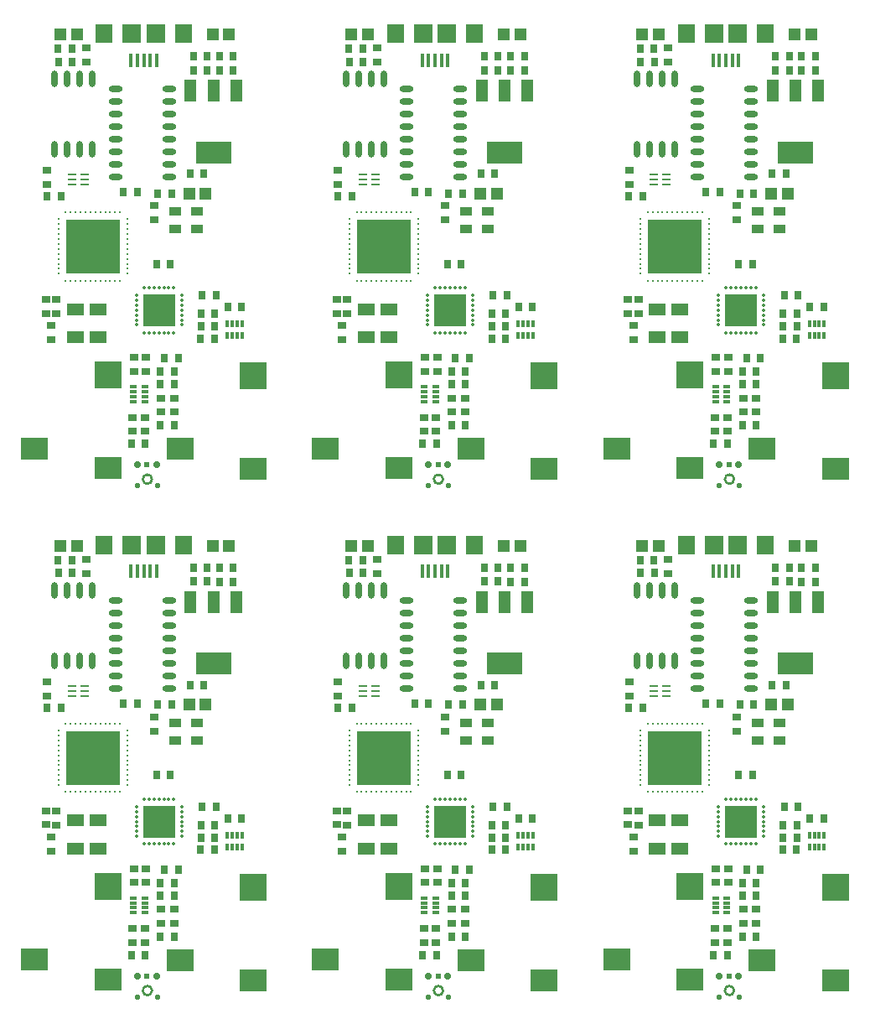
<source format=gtp>
G04*
G04 #@! TF.GenerationSoftware,Altium Limited,Altium Designer,19.0.10 (269)*
G04*
G04 Layer_Color=8421504*
%FSLAX25Y25*%
%MOIN*%
G70*
G01*
G75*
%ADD10R,0.04724X0.03740*%
%ADD11R,0.02756X0.01181*%
%ADD12R,0.01181X0.02756*%
%ADD13R,0.03150X0.03543*%
%ADD14R,0.03543X0.03150*%
%ADD15C,0.02847*%
%ADD16C,0.02410*%
%ADD17C,0.02213*%
%ADD18R,0.12992X0.12992*%
%ADD19O,0.01968X0.01378*%
%ADD20O,0.01378X0.01968*%
%ADD21R,0.11024X0.08661*%
%ADD22R,0.11024X0.11024*%
%ADD23O,0.02362X0.06693*%
%ADD24R,0.05000X0.05000*%
%ADD25O,0.05512X0.02362*%
%ADD26R,0.14173X0.08661*%
%ADD27R,0.04800X0.08800*%
%ADD28R,0.03347X0.01102*%
%ADD29R,0.01575X0.05315*%
%ADD30R,0.07087X0.07480*%
%ADD31R,0.07480X0.07480*%
%ADD32R,0.07087X0.04921*%
G04:AMPARAMS|DCode=33|XSize=216.54mil|YSize=216.54mil|CornerRadius=0mil|HoleSize=0mil|Usage=FLASHONLY|Rotation=0.000|XOffset=0mil|YOffset=0mil|HoleType=Round|Shape=RoundedRectangle|*
%AMROUNDEDRECTD33*
21,1,0.21654,0.21654,0,0,0.0*
21,1,0.21654,0.21654,0,0,0.0*
1,1,0.00000,0.10827,-0.10827*
1,1,0.00000,-0.10827,-0.10827*
1,1,0.00000,-0.10827,0.10827*
1,1,0.00000,0.10827,0.10827*
%
%ADD33ROUNDEDRECTD33*%
%ADD34C,0.00984*%
%ADD36C,0.01000*%
D10*
X199130Y203264D02*
D03*
X190468D02*
D03*
Y210154D02*
D03*
X199130D02*
D03*
X314878Y203264D02*
D03*
X306216D02*
D03*
Y210154D02*
D03*
X314878D02*
D03*
X430626Y203264D02*
D03*
X421964D02*
D03*
Y210154D02*
D03*
X430626D02*
D03*
X199130Y406512D02*
D03*
X190468D02*
D03*
Y413402D02*
D03*
X199130D02*
D03*
X314878Y406512D02*
D03*
X306216D02*
D03*
Y413402D02*
D03*
X314878D02*
D03*
X430626Y406512D02*
D03*
X421964D02*
D03*
Y413402D02*
D03*
X430626D02*
D03*
D11*
X178284Y140662D02*
D03*
Y138694D02*
D03*
Y136725D02*
D03*
Y134757D02*
D03*
X173756D02*
D03*
Y136725D02*
D03*
Y138694D02*
D03*
Y140662D02*
D03*
X294032D02*
D03*
Y138694D02*
D03*
Y136725D02*
D03*
Y134757D02*
D03*
X289504D02*
D03*
Y136725D02*
D03*
Y138694D02*
D03*
Y140662D02*
D03*
X409780D02*
D03*
Y138694D02*
D03*
Y136725D02*
D03*
Y134757D02*
D03*
X405252D02*
D03*
Y136725D02*
D03*
Y138694D02*
D03*
Y140662D02*
D03*
X178284Y343910D02*
D03*
Y341942D02*
D03*
Y339973D02*
D03*
Y338005D02*
D03*
X173756D02*
D03*
Y339973D02*
D03*
Y341942D02*
D03*
Y343910D02*
D03*
X294032D02*
D03*
Y341942D02*
D03*
Y339973D02*
D03*
Y338005D02*
D03*
X289504D02*
D03*
Y339973D02*
D03*
Y341942D02*
D03*
Y343910D02*
D03*
X409780D02*
D03*
Y341942D02*
D03*
Y339973D02*
D03*
Y338005D02*
D03*
X405252D02*
D03*
Y339973D02*
D03*
Y341942D02*
D03*
Y343910D02*
D03*
D12*
X211116Y160998D02*
D03*
X213084D02*
D03*
X215053D02*
D03*
X217021D02*
D03*
Y165525D02*
D03*
X215053D02*
D03*
X213084D02*
D03*
X211116D02*
D03*
X326864Y160998D02*
D03*
X328832D02*
D03*
X330801D02*
D03*
X332769D02*
D03*
Y165525D02*
D03*
X330801D02*
D03*
X328832D02*
D03*
X326864D02*
D03*
X442612Y160998D02*
D03*
X444580D02*
D03*
X446549D02*
D03*
X448517D02*
D03*
Y165525D02*
D03*
X446549D02*
D03*
X444580D02*
D03*
X442612D02*
D03*
X211116Y364246D02*
D03*
X213084D02*
D03*
X215053D02*
D03*
X217021D02*
D03*
Y368773D02*
D03*
X215053D02*
D03*
X213084D02*
D03*
X211116D02*
D03*
X326864Y364246D02*
D03*
X328832D02*
D03*
X330801D02*
D03*
X332769D02*
D03*
Y368773D02*
D03*
X330801D02*
D03*
X328832D02*
D03*
X326864D02*
D03*
X442612Y364246D02*
D03*
X444580D02*
D03*
X446549D02*
D03*
X448517D02*
D03*
Y368773D02*
D03*
X446549D02*
D03*
X444580D02*
D03*
X442612D02*
D03*
D13*
X149459Y269725D02*
D03*
X143947D02*
D03*
X175408Y217925D02*
D03*
X169896D02*
D03*
X201759Y225225D02*
D03*
X196247D02*
D03*
X149258Y274825D02*
D03*
X143747D02*
D03*
X213509Y272025D02*
D03*
X207997D02*
D03*
X183416Y217425D02*
D03*
X188928D02*
D03*
X182953Y189425D02*
D03*
X188465D02*
D03*
X206659Y176931D02*
D03*
X201147D02*
D03*
X184556Y125225D02*
D03*
X190068D02*
D03*
X173047Y117925D02*
D03*
X178559D02*
D03*
X211297Y172225D02*
D03*
X216809D02*
D03*
X200597Y169525D02*
D03*
X206109D02*
D03*
X206009Y159725D02*
D03*
X200497D02*
D03*
X206109Y164625D02*
D03*
X200597D02*
D03*
X191609Y151825D02*
D03*
X186097D02*
D03*
X184556Y141525D02*
D03*
X190068D02*
D03*
X184556Y146625D02*
D03*
X190068D02*
D03*
X197597Y272025D02*
D03*
X203109D02*
D03*
X144909Y216125D02*
D03*
X139397D02*
D03*
X207997Y266325D02*
D03*
X213509D02*
D03*
X197597Y266425D02*
D03*
X203109D02*
D03*
X265207Y269725D02*
D03*
X259695D02*
D03*
X291156Y217925D02*
D03*
X285644D02*
D03*
X317507Y225225D02*
D03*
X311995D02*
D03*
X265007Y274825D02*
D03*
X259495D02*
D03*
X329257Y272025D02*
D03*
X323745D02*
D03*
X299164Y217425D02*
D03*
X304676D02*
D03*
X298701Y189425D02*
D03*
X304213D02*
D03*
X322407Y176931D02*
D03*
X316895D02*
D03*
X300304Y125225D02*
D03*
X305816D02*
D03*
X288795Y117925D02*
D03*
X294307D02*
D03*
X327045Y172225D02*
D03*
X332557D02*
D03*
X316345Y169525D02*
D03*
X321857D02*
D03*
X321757Y159725D02*
D03*
X316245D02*
D03*
X321857Y164625D02*
D03*
X316345D02*
D03*
X307357Y151825D02*
D03*
X301845D02*
D03*
X300304Y141525D02*
D03*
X305816D02*
D03*
X300304Y146625D02*
D03*
X305816D02*
D03*
X313345Y272025D02*
D03*
X318857D02*
D03*
X260657Y216125D02*
D03*
X255145D02*
D03*
X323745Y266325D02*
D03*
X329257D02*
D03*
X313345Y266425D02*
D03*
X318857D02*
D03*
X380955Y269725D02*
D03*
X375443D02*
D03*
X406904Y217925D02*
D03*
X401392D02*
D03*
X433255Y225225D02*
D03*
X427743D02*
D03*
X380755Y274825D02*
D03*
X375243D02*
D03*
X445005Y272025D02*
D03*
X439493D02*
D03*
X414913Y217425D02*
D03*
X420424D02*
D03*
X414449Y189425D02*
D03*
X419961D02*
D03*
X438155Y176931D02*
D03*
X432643D02*
D03*
X416052Y125225D02*
D03*
X421564D02*
D03*
X404543Y117925D02*
D03*
X410055D02*
D03*
X442793Y172225D02*
D03*
X448305D02*
D03*
X432093Y169525D02*
D03*
X437605D02*
D03*
X437505Y159725D02*
D03*
X431993D02*
D03*
X437605Y164625D02*
D03*
X432093D02*
D03*
X423105Y151825D02*
D03*
X417593D02*
D03*
X416052Y141525D02*
D03*
X421564D02*
D03*
X416052Y146625D02*
D03*
X421564D02*
D03*
X429093Y272025D02*
D03*
X434605D02*
D03*
X376405Y216125D02*
D03*
X370893D02*
D03*
X439493Y266325D02*
D03*
X445005D02*
D03*
X429093Y266425D02*
D03*
X434605D02*
D03*
X149459Y472973D02*
D03*
X143947D02*
D03*
X175408Y421173D02*
D03*
X169896D02*
D03*
X201759Y428473D02*
D03*
X196247D02*
D03*
X149258Y478073D02*
D03*
X143747D02*
D03*
X213509Y475273D02*
D03*
X207997D02*
D03*
X183416Y420673D02*
D03*
X188928D02*
D03*
X182953Y392673D02*
D03*
X188465D02*
D03*
X206659Y380179D02*
D03*
X201147D02*
D03*
X184556Y328473D02*
D03*
X190068D02*
D03*
X173047Y321173D02*
D03*
X178559D02*
D03*
X211297Y375473D02*
D03*
X216809D02*
D03*
X200597Y372773D02*
D03*
X206109D02*
D03*
X206009Y362973D02*
D03*
X200497D02*
D03*
X206109Y367873D02*
D03*
X200597D02*
D03*
X191609Y355073D02*
D03*
X186097D02*
D03*
X184556Y344773D02*
D03*
X190068D02*
D03*
X184556Y349873D02*
D03*
X190068D02*
D03*
X197597Y475273D02*
D03*
X203109D02*
D03*
X144909Y419373D02*
D03*
X139397D02*
D03*
X207997Y469573D02*
D03*
X213509D02*
D03*
X197597Y469673D02*
D03*
X203109D02*
D03*
X265207Y472973D02*
D03*
X259695D02*
D03*
X291156Y421173D02*
D03*
X285644D02*
D03*
X317507Y428473D02*
D03*
X311995D02*
D03*
X265007Y478073D02*
D03*
X259495D02*
D03*
X329257Y475273D02*
D03*
X323745D02*
D03*
X299164Y420673D02*
D03*
X304676D02*
D03*
X298701Y392673D02*
D03*
X304213D02*
D03*
X322407Y380179D02*
D03*
X316895D02*
D03*
X300304Y328473D02*
D03*
X305816D02*
D03*
X288795Y321173D02*
D03*
X294307D02*
D03*
X327045Y375473D02*
D03*
X332557D02*
D03*
X316345Y372773D02*
D03*
X321857D02*
D03*
X321757Y362973D02*
D03*
X316245D02*
D03*
X321857Y367873D02*
D03*
X316345D02*
D03*
X307357Y355073D02*
D03*
X301845D02*
D03*
X300304Y344773D02*
D03*
X305816D02*
D03*
X300304Y349873D02*
D03*
X305816D02*
D03*
X313345Y475273D02*
D03*
X318857D02*
D03*
X260657Y419373D02*
D03*
X255145D02*
D03*
X323745Y469573D02*
D03*
X329257D02*
D03*
X313345Y469673D02*
D03*
X318857D02*
D03*
X380955Y472973D02*
D03*
X375443D02*
D03*
X406904Y421173D02*
D03*
X401392D02*
D03*
X433255Y428473D02*
D03*
X427743D02*
D03*
X380755Y478073D02*
D03*
X375243D02*
D03*
X445005Y475273D02*
D03*
X439493D02*
D03*
X414913Y420673D02*
D03*
X420424D02*
D03*
X414449Y392673D02*
D03*
X419961D02*
D03*
X438155Y380179D02*
D03*
X432643D02*
D03*
X416052Y328473D02*
D03*
X421564D02*
D03*
X404543Y321173D02*
D03*
X410055D02*
D03*
X442793Y375473D02*
D03*
X448305D02*
D03*
X432093Y372773D02*
D03*
X437605D02*
D03*
X437505Y362973D02*
D03*
X431993D02*
D03*
X437605Y367873D02*
D03*
X432093D02*
D03*
X423105Y355073D02*
D03*
X417593D02*
D03*
X416052Y344773D02*
D03*
X421564D02*
D03*
X416052Y349873D02*
D03*
X421564D02*
D03*
X429093Y475273D02*
D03*
X434605D02*
D03*
X376405Y419373D02*
D03*
X370893D02*
D03*
X439493Y469573D02*
D03*
X445005D02*
D03*
X429093Y469673D02*
D03*
X434605D02*
D03*
D14*
X155053Y269619D02*
D03*
Y275131D02*
D03*
X138992Y169719D02*
D03*
Y175231D02*
D03*
X182153Y207013D02*
D03*
Y212525D02*
D03*
X184753Y136031D02*
D03*
Y130519D02*
D03*
X190053D02*
D03*
Y136031D02*
D03*
X173553Y122913D02*
D03*
Y128425D02*
D03*
X178453D02*
D03*
Y122913D02*
D03*
X173953Y152281D02*
D03*
Y146769D02*
D03*
X178853Y152281D02*
D03*
Y146769D02*
D03*
X139453Y226481D02*
D03*
Y220969D02*
D03*
X141104Y159269D02*
D03*
Y164781D02*
D03*
X143153Y169669D02*
D03*
Y175181D02*
D03*
X270801Y269619D02*
D03*
Y275131D02*
D03*
X254740Y169719D02*
D03*
Y175231D02*
D03*
X297901Y207013D02*
D03*
Y212525D02*
D03*
X300501Y136031D02*
D03*
Y130519D02*
D03*
X305801D02*
D03*
Y136031D02*
D03*
X289301Y122913D02*
D03*
Y128425D02*
D03*
X294201D02*
D03*
Y122913D02*
D03*
X289701Y152281D02*
D03*
Y146769D02*
D03*
X294601Y152281D02*
D03*
Y146769D02*
D03*
X255201Y226481D02*
D03*
Y220969D02*
D03*
X256852Y159269D02*
D03*
Y164781D02*
D03*
X258901Y169669D02*
D03*
Y175181D02*
D03*
X386549Y269619D02*
D03*
Y275131D02*
D03*
X370488Y169719D02*
D03*
Y175231D02*
D03*
X413649Y207013D02*
D03*
Y212525D02*
D03*
X416249Y136031D02*
D03*
Y130519D02*
D03*
X421549D02*
D03*
Y136031D02*
D03*
X405049Y122913D02*
D03*
Y128425D02*
D03*
X409949D02*
D03*
Y122913D02*
D03*
X405449Y152281D02*
D03*
Y146769D02*
D03*
X410349Y152281D02*
D03*
Y146769D02*
D03*
X370949Y226481D02*
D03*
Y220969D02*
D03*
X372600Y159269D02*
D03*
Y164781D02*
D03*
X374649Y169669D02*
D03*
Y175181D02*
D03*
X155053Y472867D02*
D03*
Y478379D02*
D03*
X138992Y372967D02*
D03*
Y378479D02*
D03*
X182153Y410261D02*
D03*
Y415773D02*
D03*
X184753Y339279D02*
D03*
Y333768D02*
D03*
X190053D02*
D03*
Y339279D02*
D03*
X173553Y326161D02*
D03*
Y331673D02*
D03*
X178453D02*
D03*
Y326161D02*
D03*
X173953Y355529D02*
D03*
Y350017D02*
D03*
X178853Y355529D02*
D03*
Y350017D02*
D03*
X139453Y429729D02*
D03*
Y424217D02*
D03*
X141104Y362517D02*
D03*
Y368029D02*
D03*
X143153Y372917D02*
D03*
Y378429D02*
D03*
X270801Y472867D02*
D03*
Y478379D02*
D03*
X254740Y372967D02*
D03*
Y378479D02*
D03*
X297901Y410261D02*
D03*
Y415773D02*
D03*
X300501Y339279D02*
D03*
Y333768D02*
D03*
X305801D02*
D03*
Y339279D02*
D03*
X289301Y326161D02*
D03*
Y331673D02*
D03*
X294201D02*
D03*
Y326161D02*
D03*
X289701Y355529D02*
D03*
Y350017D02*
D03*
X294601Y355529D02*
D03*
Y350017D02*
D03*
X255201Y429729D02*
D03*
Y424217D02*
D03*
X256852Y362517D02*
D03*
Y368029D02*
D03*
X258901Y372917D02*
D03*
Y378429D02*
D03*
X386549Y472867D02*
D03*
Y478379D02*
D03*
X370488Y372967D02*
D03*
Y378479D02*
D03*
X413649Y410261D02*
D03*
Y415773D02*
D03*
X416249Y339279D02*
D03*
Y333768D02*
D03*
X421549D02*
D03*
Y339279D02*
D03*
X405049Y326161D02*
D03*
Y331673D02*
D03*
X409949D02*
D03*
Y326161D02*
D03*
X405449Y355529D02*
D03*
Y350017D02*
D03*
X410349Y355529D02*
D03*
Y350017D02*
D03*
X370949Y429729D02*
D03*
Y424217D02*
D03*
X372600Y362517D02*
D03*
Y368029D02*
D03*
X374649Y372917D02*
D03*
Y378429D02*
D03*
D15*
X182963Y109609D02*
D03*
X175357D02*
D03*
X298711D02*
D03*
X291105D02*
D03*
X414459D02*
D03*
X406853D02*
D03*
X182963Y312857D02*
D03*
X175357D02*
D03*
X298711D02*
D03*
X291105D02*
D03*
X414459D02*
D03*
X406853D02*
D03*
D16*
X179160Y109609D02*
D03*
X294908D02*
D03*
X410656D02*
D03*
X179160Y312857D02*
D03*
X294908D02*
D03*
X410656D02*
D03*
D17*
X175357Y101329D02*
D03*
X183353D02*
D03*
X291105D02*
D03*
X299101D02*
D03*
X406853D02*
D03*
X414849D02*
D03*
X175357Y304577D02*
D03*
X183353D02*
D03*
X291105D02*
D03*
X299101D02*
D03*
X406853D02*
D03*
X414849D02*
D03*
D18*
X183953Y171025D02*
D03*
X299701D02*
D03*
X415449D02*
D03*
X183953Y374273D02*
D03*
X299701D02*
D03*
X415449D02*
D03*
D19*
X192910Y176931D02*
D03*
Y174962D02*
D03*
Y172994D02*
D03*
Y171025D02*
D03*
Y169057D02*
D03*
Y167088D02*
D03*
Y165120D02*
D03*
X174996D02*
D03*
Y167088D02*
D03*
Y169057D02*
D03*
Y171025D02*
D03*
Y172994D02*
D03*
Y174962D02*
D03*
Y176931D02*
D03*
X308658D02*
D03*
Y174962D02*
D03*
Y172994D02*
D03*
Y171025D02*
D03*
Y169057D02*
D03*
Y167088D02*
D03*
Y165120D02*
D03*
X290744D02*
D03*
Y167088D02*
D03*
Y169057D02*
D03*
Y171025D02*
D03*
Y172994D02*
D03*
Y174962D02*
D03*
Y176931D02*
D03*
X424406D02*
D03*
Y174962D02*
D03*
Y172994D02*
D03*
Y171025D02*
D03*
Y169057D02*
D03*
Y167088D02*
D03*
Y165120D02*
D03*
X406492D02*
D03*
Y167088D02*
D03*
Y169057D02*
D03*
Y171025D02*
D03*
Y172994D02*
D03*
Y174962D02*
D03*
Y176931D02*
D03*
X192910Y380179D02*
D03*
Y378210D02*
D03*
Y376242D02*
D03*
Y374273D02*
D03*
Y372305D02*
D03*
Y370336D02*
D03*
Y368368D02*
D03*
X174996D02*
D03*
Y370336D02*
D03*
Y372305D02*
D03*
Y374273D02*
D03*
Y376242D02*
D03*
Y378210D02*
D03*
Y380179D02*
D03*
X308658D02*
D03*
Y378210D02*
D03*
Y376242D02*
D03*
Y374273D02*
D03*
Y372305D02*
D03*
Y370336D02*
D03*
Y368368D02*
D03*
X290744D02*
D03*
Y370336D02*
D03*
Y372305D02*
D03*
Y374273D02*
D03*
Y376242D02*
D03*
Y378210D02*
D03*
Y380179D02*
D03*
X424406D02*
D03*
Y378210D02*
D03*
Y376242D02*
D03*
Y374273D02*
D03*
Y372305D02*
D03*
Y370336D02*
D03*
Y368368D02*
D03*
X406492D02*
D03*
Y370336D02*
D03*
Y372305D02*
D03*
Y374273D02*
D03*
Y376242D02*
D03*
Y378210D02*
D03*
Y380179D02*
D03*
D20*
X189858Y162068D02*
D03*
X187890D02*
D03*
X185921D02*
D03*
X183953D02*
D03*
X181984D02*
D03*
X180016D02*
D03*
X178047D02*
D03*
Y179982D02*
D03*
X180016D02*
D03*
X181984D02*
D03*
X183953D02*
D03*
X185921D02*
D03*
X187890D02*
D03*
X189858D02*
D03*
X305606Y162068D02*
D03*
X303638D02*
D03*
X301669D02*
D03*
X299701D02*
D03*
X297732D02*
D03*
X295764D02*
D03*
X293795D02*
D03*
Y179982D02*
D03*
X295764D02*
D03*
X297732D02*
D03*
X299701D02*
D03*
X301669D02*
D03*
X303638D02*
D03*
X305606D02*
D03*
X421354Y162068D02*
D03*
X419386D02*
D03*
X417417D02*
D03*
X415449D02*
D03*
X413480D02*
D03*
X411512D02*
D03*
X409543D02*
D03*
Y179982D02*
D03*
X411512D02*
D03*
X413480D02*
D03*
X415449D02*
D03*
X417417D02*
D03*
X419386D02*
D03*
X421354D02*
D03*
X189858Y365317D02*
D03*
X187890D02*
D03*
X185921D02*
D03*
X183953D02*
D03*
X181984D02*
D03*
X180016D02*
D03*
X178047D02*
D03*
Y383230D02*
D03*
X180016D02*
D03*
X181984D02*
D03*
X183953D02*
D03*
X185921D02*
D03*
X187890D02*
D03*
X189858D02*
D03*
X305606Y365317D02*
D03*
X303638D02*
D03*
X301669D02*
D03*
X299701D02*
D03*
X297732D02*
D03*
X295764D02*
D03*
X293795D02*
D03*
Y383230D02*
D03*
X295764D02*
D03*
X297732D02*
D03*
X299701D02*
D03*
X301669D02*
D03*
X303638D02*
D03*
X305606D02*
D03*
X421354Y365317D02*
D03*
X419386D02*
D03*
X417417D02*
D03*
X415449D02*
D03*
X413480D02*
D03*
X411512D02*
D03*
X409543D02*
D03*
Y383230D02*
D03*
X411512D02*
D03*
X413480D02*
D03*
X415449D02*
D03*
X417417D02*
D03*
X419386D02*
D03*
X421354D02*
D03*
D21*
X134486Y116068D02*
D03*
X163620Y108194D02*
D03*
X192286Y115868D02*
D03*
X221420Y107994D02*
D03*
X250234Y116068D02*
D03*
X279368Y108194D02*
D03*
X308034Y115868D02*
D03*
X337168Y107994D02*
D03*
X365982Y116068D02*
D03*
X395116Y108194D02*
D03*
X423782Y115868D02*
D03*
X452916Y107994D02*
D03*
X134486Y319317D02*
D03*
X163620Y311442D02*
D03*
X192286Y319116D02*
D03*
X221420Y311243D02*
D03*
X250234Y319317D02*
D03*
X279368Y311442D02*
D03*
X308034Y319116D02*
D03*
X337168Y311243D02*
D03*
X365982Y319317D02*
D03*
X395116Y311442D02*
D03*
X423782Y319116D02*
D03*
X452916Y311243D02*
D03*
D22*
X163620Y145202D02*
D03*
X221420Y145002D02*
D03*
X279368Y145202D02*
D03*
X337168Y145002D02*
D03*
X395116Y145202D02*
D03*
X452916Y145002D02*
D03*
X163620Y348450D02*
D03*
X221420Y348250D02*
D03*
X279368Y348450D02*
D03*
X337168Y348250D02*
D03*
X395116Y348450D02*
D03*
X452916Y348250D02*
D03*
D23*
X142553Y234949D02*
D03*
X147553D02*
D03*
X152553D02*
D03*
X157553D02*
D03*
X142553Y262902D02*
D03*
X147553D02*
D03*
X152553D02*
D03*
X157553D02*
D03*
X258301Y234949D02*
D03*
X263301D02*
D03*
X268301D02*
D03*
X273301D02*
D03*
X258301Y262902D02*
D03*
X263301D02*
D03*
X268301D02*
D03*
X273301D02*
D03*
X374049Y234949D02*
D03*
X379049D02*
D03*
X384049D02*
D03*
X389049D02*
D03*
X374049Y262902D02*
D03*
X379049D02*
D03*
X384049D02*
D03*
X389049D02*
D03*
X142553Y438197D02*
D03*
X147553D02*
D03*
X152553D02*
D03*
X157553D02*
D03*
X142553Y466150D02*
D03*
X147553D02*
D03*
X152553D02*
D03*
X157553D02*
D03*
X258301Y438197D02*
D03*
X263301D02*
D03*
X268301D02*
D03*
X273301D02*
D03*
X258301Y466150D02*
D03*
X263301D02*
D03*
X268301D02*
D03*
X273301D02*
D03*
X374049Y438197D02*
D03*
X379049D02*
D03*
X384049D02*
D03*
X389049D02*
D03*
X374049Y466150D02*
D03*
X379049D02*
D03*
X384049D02*
D03*
X389049D02*
D03*
D24*
X144653Y280625D02*
D03*
X151253D02*
D03*
X205253D02*
D03*
X211853D02*
D03*
X195953Y217425D02*
D03*
X202553D02*
D03*
X260401Y280625D02*
D03*
X267001D02*
D03*
X321001D02*
D03*
X327601D02*
D03*
X311701Y217425D02*
D03*
X318301D02*
D03*
X376149Y280625D02*
D03*
X382749D02*
D03*
X436749D02*
D03*
X443349D02*
D03*
X427449Y217425D02*
D03*
X434049D02*
D03*
X144653Y483873D02*
D03*
X151253D02*
D03*
X205253D02*
D03*
X211853D02*
D03*
X195953Y420673D02*
D03*
X202553D02*
D03*
X260401Y483873D02*
D03*
X267001D02*
D03*
X321001D02*
D03*
X327601D02*
D03*
X311701Y420673D02*
D03*
X318301D02*
D03*
X376149Y483873D02*
D03*
X382749D02*
D03*
X436749D02*
D03*
X443349D02*
D03*
X427449Y420673D02*
D03*
X434049D02*
D03*
D25*
X187959Y243825D02*
D03*
Y238825D02*
D03*
X166699Y258825D02*
D03*
Y253825D02*
D03*
Y248825D02*
D03*
Y243825D02*
D03*
Y238825D02*
D03*
Y233825D02*
D03*
Y228825D02*
D03*
Y223825D02*
D03*
X187959Y258825D02*
D03*
Y253825D02*
D03*
Y248825D02*
D03*
Y233825D02*
D03*
Y228825D02*
D03*
Y223825D02*
D03*
X303707Y243825D02*
D03*
Y238825D02*
D03*
X282448Y258825D02*
D03*
Y253825D02*
D03*
Y248825D02*
D03*
Y243825D02*
D03*
Y238825D02*
D03*
Y233825D02*
D03*
Y228825D02*
D03*
Y223825D02*
D03*
X303707Y258825D02*
D03*
Y253825D02*
D03*
Y248825D02*
D03*
Y233825D02*
D03*
Y228825D02*
D03*
Y223825D02*
D03*
X419455Y243825D02*
D03*
Y238825D02*
D03*
X398196Y258825D02*
D03*
Y253825D02*
D03*
Y248825D02*
D03*
Y243825D02*
D03*
Y238825D02*
D03*
Y233825D02*
D03*
Y228825D02*
D03*
Y223825D02*
D03*
X419455Y258825D02*
D03*
Y253825D02*
D03*
Y248825D02*
D03*
Y233825D02*
D03*
Y228825D02*
D03*
Y223825D02*
D03*
X187959Y447073D02*
D03*
Y442073D02*
D03*
X166699Y462073D02*
D03*
Y457073D02*
D03*
Y452073D02*
D03*
Y447073D02*
D03*
Y442073D02*
D03*
Y437073D02*
D03*
Y432073D02*
D03*
Y427073D02*
D03*
X187959Y462073D02*
D03*
Y457073D02*
D03*
Y452073D02*
D03*
Y437073D02*
D03*
Y432073D02*
D03*
Y427073D02*
D03*
X303707Y447073D02*
D03*
Y442073D02*
D03*
X282448Y462073D02*
D03*
Y457073D02*
D03*
Y452073D02*
D03*
Y447073D02*
D03*
Y442073D02*
D03*
Y437073D02*
D03*
Y432073D02*
D03*
Y427073D02*
D03*
X303707Y462073D02*
D03*
Y457073D02*
D03*
Y452073D02*
D03*
Y437073D02*
D03*
Y432073D02*
D03*
Y427073D02*
D03*
X419455Y447073D02*
D03*
Y442073D02*
D03*
X398196Y462073D02*
D03*
Y457073D02*
D03*
Y452073D02*
D03*
Y447073D02*
D03*
Y442073D02*
D03*
Y437073D02*
D03*
Y432073D02*
D03*
Y427073D02*
D03*
X419455Y462073D02*
D03*
Y457073D02*
D03*
Y452073D02*
D03*
Y437073D02*
D03*
Y432073D02*
D03*
Y427073D02*
D03*
D26*
X205609Y233724D02*
D03*
X321357D02*
D03*
X437105D02*
D03*
X205609Y436973D02*
D03*
X321357D02*
D03*
X437105D02*
D03*
D27*
X196509Y258125D02*
D03*
X205609D02*
D03*
X214709D02*
D03*
X312257D02*
D03*
X321357D02*
D03*
X330457D02*
D03*
X428005D02*
D03*
X437105D02*
D03*
X446205D02*
D03*
X196509Y461373D02*
D03*
X205609D02*
D03*
X214709D02*
D03*
X312257D02*
D03*
X321357D02*
D03*
X330457D02*
D03*
X428005D02*
D03*
X437105D02*
D03*
X446205D02*
D03*
D28*
X154307Y220857D02*
D03*
Y222825D02*
D03*
Y224794D02*
D03*
X149307D02*
D03*
Y222825D02*
D03*
Y220857D02*
D03*
X270055D02*
D03*
Y222825D02*
D03*
Y224794D02*
D03*
X265055D02*
D03*
Y222825D02*
D03*
Y220857D02*
D03*
X385803D02*
D03*
Y222825D02*
D03*
Y224794D02*
D03*
X380803D02*
D03*
Y222825D02*
D03*
Y220857D02*
D03*
X154307Y424105D02*
D03*
Y426073D02*
D03*
Y428042D02*
D03*
X149307D02*
D03*
Y426073D02*
D03*
Y424105D02*
D03*
X270055D02*
D03*
Y426073D02*
D03*
Y428042D02*
D03*
X265055D02*
D03*
Y426073D02*
D03*
Y424105D02*
D03*
X385803D02*
D03*
Y426073D02*
D03*
Y428042D02*
D03*
X380803D02*
D03*
Y426073D02*
D03*
Y424105D02*
D03*
D29*
X175394Y270394D02*
D03*
X177953D02*
D03*
X180512D02*
D03*
X172835D02*
D03*
X183071D02*
D03*
X291142D02*
D03*
X293701D02*
D03*
X296260D02*
D03*
X288583D02*
D03*
X298819D02*
D03*
X406890D02*
D03*
X409449D02*
D03*
X412008D02*
D03*
X404331D02*
D03*
X414567D02*
D03*
X175394Y473642D02*
D03*
X177953D02*
D03*
X180512D02*
D03*
X172835D02*
D03*
X183071D02*
D03*
X291142D02*
D03*
X293701D02*
D03*
X296260D02*
D03*
X288583D02*
D03*
X298819D02*
D03*
X406890D02*
D03*
X409449D02*
D03*
X412008D02*
D03*
X404331D02*
D03*
X414567D02*
D03*
D30*
X162205Y280925D02*
D03*
X193701D02*
D03*
X277953D02*
D03*
X309449D02*
D03*
X393701D02*
D03*
X425197D02*
D03*
X162205Y484173D02*
D03*
X193701D02*
D03*
X277953D02*
D03*
X309449D02*
D03*
X393701D02*
D03*
X425197D02*
D03*
D31*
X173228Y280925D02*
D03*
X182677D02*
D03*
X288977D02*
D03*
X298425D02*
D03*
X404725D02*
D03*
X414173D02*
D03*
X173228Y484173D02*
D03*
X182677D02*
D03*
X288977D02*
D03*
X298425D02*
D03*
X404725D02*
D03*
X414173D02*
D03*
D32*
X159653Y171435D02*
D03*
Y160215D02*
D03*
X150607Y171435D02*
D03*
Y160215D02*
D03*
X275401Y171435D02*
D03*
Y160215D02*
D03*
X266355Y171435D02*
D03*
Y160215D02*
D03*
X391149Y171435D02*
D03*
Y160215D02*
D03*
X382103Y171435D02*
D03*
Y160215D02*
D03*
X159653Y374683D02*
D03*
Y363463D02*
D03*
X150607Y374683D02*
D03*
Y363463D02*
D03*
X275401Y374683D02*
D03*
Y363463D02*
D03*
X266355Y374683D02*
D03*
Y363463D02*
D03*
X391149Y374683D02*
D03*
Y363463D02*
D03*
X382103Y374683D02*
D03*
Y363463D02*
D03*
D33*
X157653Y196325D02*
D03*
X273401D02*
D03*
X389149D02*
D03*
X157653Y399573D02*
D03*
X273401D02*
D03*
X389149D02*
D03*
D34*
X171236Y207152D02*
D03*
Y205184D02*
D03*
Y203215D02*
D03*
Y201247D02*
D03*
Y199278D02*
D03*
Y197309D02*
D03*
Y195341D02*
D03*
Y193372D02*
D03*
Y191404D02*
D03*
Y189435D02*
D03*
Y187467D02*
D03*
Y185498D02*
D03*
X168480Y182743D02*
D03*
X166511D02*
D03*
X164543D02*
D03*
X162574D02*
D03*
X160606D02*
D03*
X158637D02*
D03*
X156669D02*
D03*
X154700D02*
D03*
X152732D02*
D03*
X150763D02*
D03*
X148794D02*
D03*
X146826D02*
D03*
X144070Y185498D02*
D03*
Y187467D02*
D03*
Y189435D02*
D03*
Y191404D02*
D03*
Y193372D02*
D03*
Y195341D02*
D03*
Y197309D02*
D03*
Y199278D02*
D03*
Y201247D02*
D03*
Y203215D02*
D03*
Y205184D02*
D03*
Y207152D02*
D03*
X146826Y209908D02*
D03*
X148794D02*
D03*
X150763D02*
D03*
X152732D02*
D03*
X154700D02*
D03*
X156669D02*
D03*
X158637D02*
D03*
X160606D02*
D03*
X162574D02*
D03*
X164543D02*
D03*
X166511D02*
D03*
X168480D02*
D03*
X286983Y207152D02*
D03*
Y205184D02*
D03*
Y203215D02*
D03*
Y201247D02*
D03*
Y199278D02*
D03*
Y197309D02*
D03*
Y195341D02*
D03*
Y193372D02*
D03*
Y191404D02*
D03*
Y189435D02*
D03*
Y187467D02*
D03*
Y185498D02*
D03*
X284228Y182743D02*
D03*
X282259D02*
D03*
X280291D02*
D03*
X278322D02*
D03*
X276354D02*
D03*
X274385D02*
D03*
X272417D02*
D03*
X270448D02*
D03*
X268480D02*
D03*
X266511D02*
D03*
X264543D02*
D03*
X262574D02*
D03*
X259818Y185498D02*
D03*
Y187467D02*
D03*
Y189435D02*
D03*
Y191404D02*
D03*
Y193372D02*
D03*
Y195341D02*
D03*
Y197309D02*
D03*
Y199278D02*
D03*
Y201247D02*
D03*
Y203215D02*
D03*
Y205184D02*
D03*
Y207152D02*
D03*
X262574Y209908D02*
D03*
X264543D02*
D03*
X266511D02*
D03*
X268480D02*
D03*
X270448D02*
D03*
X272417D02*
D03*
X274385D02*
D03*
X276354D02*
D03*
X278322D02*
D03*
X280291D02*
D03*
X282259D02*
D03*
X284228D02*
D03*
X402732Y207152D02*
D03*
Y205184D02*
D03*
Y203215D02*
D03*
Y201247D02*
D03*
Y199278D02*
D03*
Y197309D02*
D03*
Y195341D02*
D03*
Y193372D02*
D03*
Y191404D02*
D03*
Y189435D02*
D03*
Y187467D02*
D03*
Y185498D02*
D03*
X399976Y182743D02*
D03*
X398007D02*
D03*
X396039D02*
D03*
X394070D02*
D03*
X392102D02*
D03*
X390133D02*
D03*
X388165D02*
D03*
X386196D02*
D03*
X384228D02*
D03*
X382259D02*
D03*
X380291D02*
D03*
X378322D02*
D03*
X375566Y185498D02*
D03*
Y187467D02*
D03*
Y189435D02*
D03*
Y191404D02*
D03*
Y193372D02*
D03*
Y195341D02*
D03*
Y197309D02*
D03*
Y199278D02*
D03*
Y201247D02*
D03*
Y203215D02*
D03*
Y205184D02*
D03*
Y207152D02*
D03*
X378322Y209908D02*
D03*
X380291D02*
D03*
X382259D02*
D03*
X384228D02*
D03*
X386196D02*
D03*
X388165D02*
D03*
X390133D02*
D03*
X392102D02*
D03*
X394070D02*
D03*
X396039D02*
D03*
X398007D02*
D03*
X399976D02*
D03*
X171236Y410400D02*
D03*
Y408431D02*
D03*
Y406463D02*
D03*
Y404494D02*
D03*
Y402526D02*
D03*
Y400558D02*
D03*
Y398589D02*
D03*
Y396620D02*
D03*
Y394652D02*
D03*
Y392684D02*
D03*
Y390715D02*
D03*
Y388747D02*
D03*
X168480Y385991D02*
D03*
X166511D02*
D03*
X164543D02*
D03*
X162574D02*
D03*
X160606D02*
D03*
X158637D02*
D03*
X156669D02*
D03*
X154700D02*
D03*
X152732D02*
D03*
X150763D02*
D03*
X148794D02*
D03*
X146826D02*
D03*
X144070Y388747D02*
D03*
Y390715D02*
D03*
Y392684D02*
D03*
Y394652D02*
D03*
Y396620D02*
D03*
Y398589D02*
D03*
Y400558D02*
D03*
Y402526D02*
D03*
Y404494D02*
D03*
Y406463D02*
D03*
Y408431D02*
D03*
Y410400D02*
D03*
X146826Y413156D02*
D03*
X148794D02*
D03*
X150763D02*
D03*
X152732D02*
D03*
X154700D02*
D03*
X156669D02*
D03*
X158637D02*
D03*
X160606D02*
D03*
X162574D02*
D03*
X164543D02*
D03*
X166511D02*
D03*
X168480D02*
D03*
X286983Y410400D02*
D03*
Y408431D02*
D03*
Y406463D02*
D03*
Y404494D02*
D03*
Y402526D02*
D03*
Y400558D02*
D03*
Y398589D02*
D03*
Y396620D02*
D03*
Y394652D02*
D03*
Y392684D02*
D03*
Y390715D02*
D03*
Y388747D02*
D03*
X284228Y385991D02*
D03*
X282259D02*
D03*
X280291D02*
D03*
X278322D02*
D03*
X276354D02*
D03*
X274385D02*
D03*
X272417D02*
D03*
X270448D02*
D03*
X268480D02*
D03*
X266511D02*
D03*
X264543D02*
D03*
X262574D02*
D03*
X259818Y388747D02*
D03*
Y390715D02*
D03*
Y392684D02*
D03*
Y394652D02*
D03*
Y396620D02*
D03*
Y398589D02*
D03*
Y400558D02*
D03*
Y402526D02*
D03*
Y404494D02*
D03*
Y406463D02*
D03*
Y408431D02*
D03*
Y410400D02*
D03*
X262574Y413156D02*
D03*
X264543D02*
D03*
X266511D02*
D03*
X268480D02*
D03*
X270448D02*
D03*
X272417D02*
D03*
X274385D02*
D03*
X276354D02*
D03*
X278322D02*
D03*
X280291D02*
D03*
X282259D02*
D03*
X284228D02*
D03*
X402732Y410400D02*
D03*
Y408431D02*
D03*
Y406463D02*
D03*
Y404494D02*
D03*
Y402526D02*
D03*
Y400558D02*
D03*
Y398589D02*
D03*
Y396620D02*
D03*
Y394652D02*
D03*
Y392684D02*
D03*
Y390715D02*
D03*
Y388747D02*
D03*
X399976Y385991D02*
D03*
X398007D02*
D03*
X396039D02*
D03*
X394070D02*
D03*
X392102D02*
D03*
X390133D02*
D03*
X388165D02*
D03*
X386196D02*
D03*
X384228D02*
D03*
X382259D02*
D03*
X380291D02*
D03*
X378322D02*
D03*
X375566Y388747D02*
D03*
Y390715D02*
D03*
Y392684D02*
D03*
Y394652D02*
D03*
Y396620D02*
D03*
Y398589D02*
D03*
Y400558D02*
D03*
Y402526D02*
D03*
Y404494D02*
D03*
Y406463D02*
D03*
Y408431D02*
D03*
Y410400D02*
D03*
X378322Y413156D02*
D03*
X380291D02*
D03*
X382259D02*
D03*
X384228D02*
D03*
X386196D02*
D03*
X388165D02*
D03*
X390133D02*
D03*
X392102D02*
D03*
X394070D02*
D03*
X396039D02*
D03*
X398007D02*
D03*
X399976D02*
D03*
D36*
X181189Y103825D02*
G03*
X181189Y103825I-1836J0D01*
G01*
X296937D02*
G03*
X296937Y103825I-1836J0D01*
G01*
X412685D02*
G03*
X412685Y103825I-1836J0D01*
G01*
X181189Y307073D02*
G03*
X181189Y307073I-1836J0D01*
G01*
X296937D02*
G03*
X296937Y307073I-1836J0D01*
G01*
X412685D02*
G03*
X412685Y307073I-1836J0D01*
G01*
M02*

</source>
